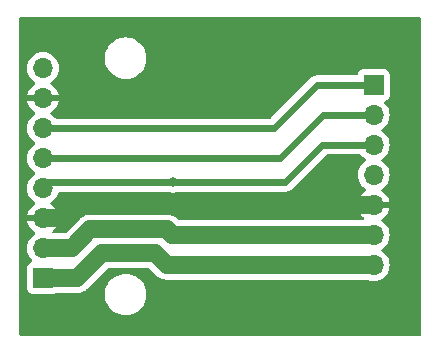
<source format=gbr>
%TF.GenerationSoftware,KiCad,Pcbnew,7.0.7-7.0.7~ubuntu20.04.1*%
%TF.CreationDate,2023-08-31T15:52:28+01:00*%
%TF.ProjectId,hot-end-connector,686f742d-656e-4642-9d63-6f6e6e656374,rev?*%
%TF.SameCoordinates,Original*%
%TF.FileFunction,Copper,L2,Bot*%
%TF.FilePolarity,Positive*%
%FSLAX46Y46*%
G04 Gerber Fmt 4.6, Leading zero omitted, Abs format (unit mm)*
G04 Created by KiCad (PCBNEW 7.0.7-7.0.7~ubuntu20.04.1) date 2023-08-31 15:52:28*
%MOMM*%
%LPD*%
G01*
G04 APERTURE LIST*
%TA.AperFunction,ComponentPad*%
%ADD10R,1.700000X1.700000*%
%TD*%
%TA.AperFunction,ComponentPad*%
%ADD11O,1.700000X1.700000*%
%TD*%
%TA.AperFunction,ViaPad*%
%ADD12C,0.800000*%
%TD*%
%TA.AperFunction,Conductor*%
%ADD13C,1.500000*%
%TD*%
%TA.AperFunction,Conductor*%
%ADD14C,0.600000*%
%TD*%
G04 APERTURE END LIST*
D10*
%TO.P,J1,1,Pin_1*%
%TO.N,/T-b*%
X59000000Y-160260000D03*
D11*
%TO.P,J1,2,Pin_2*%
%TO.N,/T-a*%
X59000000Y-162800000D03*
%TO.P,J1,3,Pin_3*%
%TO.N,/probe*%
X59000000Y-165340000D03*
%TO.P,J1,4,Pin_4*%
%TO.N,/+3V3*%
X59000000Y-167880000D03*
%TO.P,J1,5,Pin_5*%
%TO.N,/GND*%
X59000000Y-170420000D03*
%TO.P,J1,6,Pin_6*%
%TO.N,/H-*%
X59000000Y-172960000D03*
%TO.P,J1,7,Pin_7*%
%TO.N,/+12V*%
X59000000Y-175500000D03*
%TD*%
D10*
%TO.P,J2,1,Pin_1*%
%TO.N,/+12V*%
X31000000Y-176620000D03*
D11*
%TO.P,J2,2,Pin_2*%
%TO.N,/H-*%
X31000000Y-174080000D03*
%TO.P,J2,3,Pin_3*%
%TO.N,/GND*%
X31000000Y-171540000D03*
%TO.P,J2,4,Pin_4*%
%TO.N,/probe*%
X31000000Y-169000000D03*
%TO.P,J2,5,Pin_5*%
%TO.N,/T-a*%
X31000000Y-166460000D03*
%TO.P,J2,6,Pin_6*%
%TO.N,/T-b*%
X31000000Y-163920000D03*
%TO.P,J2,7,Pin_7*%
%TO.N,/GND*%
X31000000Y-161380000D03*
%TO.P,J2,8,Pin_8*%
%TO.N,/+12V*%
X31000000Y-158840000D03*
%TD*%
D12*
%TO.N,/H-*%
X46000000Y-173000000D03*
%TO.N,/probe*%
X42000000Y-168500000D03*
%TD*%
D13*
%TO.N,/H-*%
X41500000Y-172500000D02*
X35000000Y-172500000D01*
X33420000Y-174080000D02*
X31000000Y-174080000D01*
X35000000Y-172500000D02*
X33420000Y-174080000D01*
X46000000Y-173000000D02*
X45960000Y-172960000D01*
X59000000Y-172960000D02*
X46040000Y-172960000D01*
X41960000Y-172960000D02*
X41500000Y-172500000D01*
X46040000Y-172960000D02*
X46000000Y-173000000D01*
X45960000Y-172960000D02*
X41960000Y-172960000D01*
%TO.N,/GND*%
X59000000Y-170420000D02*
X34080000Y-170420000D01*
X34080000Y-170420000D02*
X32960000Y-171540000D01*
X32960000Y-171540000D02*
X31000000Y-171540000D01*
D14*
%TO.N,/probe*%
X54660000Y-165340000D02*
X51500000Y-168500000D01*
X59000000Y-165340000D02*
X54660000Y-165340000D01*
X31500000Y-168500000D02*
X31000000Y-169000000D01*
X42000000Y-168500000D02*
X31500000Y-168500000D01*
X51500000Y-168500000D02*
X42000000Y-168500000D01*
%TO.N,/T-b*%
X31000000Y-163920000D02*
X50580000Y-163920000D01*
X50580000Y-163920000D02*
X54240000Y-160260000D01*
X54240000Y-160260000D02*
X59000000Y-160260000D01*
%TO.N,/T-a*%
X51040000Y-166460000D02*
X54700000Y-162800000D01*
X31000000Y-166460000D02*
X51040000Y-166460000D01*
X54700000Y-162800000D02*
X59000000Y-162800000D01*
D13*
%TO.N,/+12V*%
X40500000Y-174500000D02*
X36000000Y-174500000D01*
X36000000Y-174500000D02*
X33880000Y-176620000D01*
X33880000Y-176620000D02*
X31000000Y-176620000D01*
X59000000Y-175500000D02*
X41500000Y-175500000D01*
X41500000Y-175500000D02*
X40500000Y-174500000D01*
%TD*%
%TA.AperFunction,Conductor*%
%TO.N,/GND*%
G36*
X57914348Y-166160185D02*
G01*
X57948884Y-166193376D01*
X57961508Y-166211405D01*
X58128597Y-166378493D01*
X58128603Y-166378498D01*
X58314158Y-166508425D01*
X58357783Y-166563002D01*
X58364977Y-166632500D01*
X58333454Y-166694855D01*
X58314158Y-166711575D01*
X58128597Y-166841505D01*
X57961505Y-167008597D01*
X57825965Y-167202169D01*
X57825964Y-167202171D01*
X57726098Y-167416335D01*
X57726094Y-167416344D01*
X57664938Y-167644586D01*
X57664936Y-167644596D01*
X57644341Y-167879999D01*
X57644341Y-167880000D01*
X57664936Y-168115403D01*
X57664938Y-168115413D01*
X57726094Y-168343655D01*
X57726096Y-168343659D01*
X57726097Y-168343663D01*
X57815942Y-168536335D01*
X57825965Y-168557830D01*
X57825967Y-168557834D01*
X57961501Y-168751395D01*
X57961506Y-168751402D01*
X58128597Y-168918493D01*
X58128603Y-168918498D01*
X58314594Y-169048730D01*
X58358219Y-169103307D01*
X58365413Y-169172805D01*
X58333890Y-169235160D01*
X58314595Y-169251880D01*
X58128922Y-169381890D01*
X58128920Y-169381891D01*
X57961891Y-169548920D01*
X57961886Y-169548926D01*
X57826400Y-169742420D01*
X57826399Y-169742422D01*
X57726570Y-169956507D01*
X57726567Y-169956513D01*
X57669364Y-170169999D01*
X57669364Y-170170000D01*
X58386653Y-170170000D01*
X58453692Y-170189685D01*
X58499447Y-170242489D01*
X58509391Y-170311647D01*
X58505631Y-170328933D01*
X58500000Y-170348111D01*
X58500000Y-170491888D01*
X58505631Y-170511067D01*
X58505630Y-170580936D01*
X58467855Y-170639714D01*
X58404299Y-170668738D01*
X58386653Y-170670000D01*
X57669364Y-170670000D01*
X57726567Y-170883486D01*
X57726570Y-170883492D01*
X57826399Y-171097578D01*
X57961894Y-171291082D01*
X58128921Y-171458109D01*
X58165791Y-171483926D01*
X58209416Y-171538503D01*
X58216608Y-171608001D01*
X58185086Y-171670356D01*
X58124856Y-171705769D01*
X58094667Y-171709500D01*
X46113707Y-171709500D01*
X46106768Y-171709110D01*
X46083477Y-171706486D01*
X46068176Y-171704762D01*
X46068168Y-171704761D01*
X46031432Y-171707238D01*
X46025184Y-171707659D01*
X46022417Y-171707783D01*
X45945978Y-171709500D01*
X42529336Y-171709500D01*
X42462297Y-171689815D01*
X42441655Y-171673181D01*
X42436356Y-171667882D01*
X42431719Y-171662693D01*
X42407507Y-171632332D01*
X42356031Y-171587359D01*
X42352997Y-171584523D01*
X42344529Y-171576055D01*
X42312181Y-171549049D01*
X42237996Y-171484235D01*
X42234241Y-171481991D01*
X42218373Y-171470732D01*
X42215019Y-171467932D01*
X42215018Y-171467931D01*
X42215013Y-171467927D01*
X42147614Y-171429685D01*
X42129340Y-171419316D01*
X42073540Y-171385977D01*
X42044761Y-171368783D01*
X42040669Y-171367248D01*
X42023044Y-171359002D01*
X42019245Y-171356846D01*
X41926253Y-171324307D01*
X41834029Y-171289694D01*
X41834019Y-171289691D01*
X41829723Y-171288912D01*
X41810918Y-171283949D01*
X41806784Y-171282502D01*
X41806779Y-171282501D01*
X41709472Y-171267089D01*
X41612550Y-171249500D01*
X41612547Y-171249500D01*
X41608172Y-171249500D01*
X41588769Y-171247972D01*
X41584460Y-171247289D01*
X41485978Y-171249500D01*
X35073697Y-171249500D01*
X35066758Y-171249110D01*
X35039907Y-171246085D01*
X35028174Y-171244763D01*
X35028168Y-171244762D01*
X34982704Y-171247828D01*
X34959976Y-171249360D01*
X34955823Y-171249500D01*
X34943840Y-171249500D01*
X34901857Y-171253278D01*
X34803589Y-171259903D01*
X34799348Y-171260972D01*
X34780175Y-171264230D01*
X34775812Y-171264622D01*
X34775806Y-171264624D01*
X34680844Y-171290832D01*
X34585315Y-171314903D01*
X34585312Y-171314904D01*
X34581319Y-171316718D01*
X34563059Y-171323338D01*
X34558850Y-171324500D01*
X34558826Y-171324508D01*
X34470071Y-171367250D01*
X34380373Y-171407993D01*
X34380366Y-171407997D01*
X34376772Y-171410487D01*
X34359978Y-171420267D01*
X34356033Y-171422167D01*
X34356027Y-171422170D01*
X34276318Y-171480082D01*
X34195348Y-171536178D01*
X34195342Y-171536183D01*
X34192239Y-171539286D01*
X34177465Y-171551903D01*
X34173928Y-171554473D01*
X34173921Y-171554478D01*
X34143789Y-171585994D01*
X34105846Y-171625679D01*
X33513948Y-172217578D01*
X32938345Y-172793181D01*
X32877022Y-172826666D01*
X32850664Y-172829500D01*
X31905333Y-172829500D01*
X31838294Y-172809815D01*
X31792539Y-172757011D01*
X31782595Y-172687853D01*
X31811620Y-172624297D01*
X31834209Y-172603926D01*
X31871078Y-172578109D01*
X32038105Y-172411082D01*
X32173600Y-172217578D01*
X32273429Y-172003492D01*
X32273432Y-172003486D01*
X32330636Y-171790000D01*
X31613347Y-171790000D01*
X31546308Y-171770315D01*
X31500553Y-171717511D01*
X31490609Y-171648353D01*
X31494369Y-171631067D01*
X31500000Y-171611888D01*
X31500000Y-171468111D01*
X31494369Y-171448933D01*
X31494370Y-171379064D01*
X31532145Y-171320286D01*
X31595701Y-171291262D01*
X31613347Y-171290000D01*
X32330636Y-171290000D01*
X32330635Y-171289999D01*
X32273432Y-171076513D01*
X32273429Y-171076507D01*
X32173600Y-170862422D01*
X32173599Y-170862420D01*
X32038113Y-170668926D01*
X32038108Y-170668920D01*
X31871078Y-170501890D01*
X31685405Y-170371879D01*
X31641780Y-170317302D01*
X31634588Y-170247804D01*
X31666110Y-170185449D01*
X31685406Y-170168730D01*
X31871401Y-170038495D01*
X32038495Y-169871401D01*
X32174035Y-169677830D01*
X32273903Y-169463663D01*
X32292995Y-169392407D01*
X32329361Y-169332746D01*
X32392208Y-169302217D01*
X32412771Y-169300500D01*
X41557633Y-169300500D01*
X41608069Y-169311221D01*
X41720192Y-169361142D01*
X41720197Y-169361144D01*
X41905354Y-169400500D01*
X41905355Y-169400500D01*
X42094644Y-169400500D01*
X42094646Y-169400500D01*
X42279803Y-169361144D01*
X42391930Y-169311221D01*
X42442367Y-169300500D01*
X51590194Y-169300500D01*
X51630903Y-169291208D01*
X51637760Y-169290043D01*
X51679255Y-169285368D01*
X51718680Y-169271571D01*
X51725321Y-169269658D01*
X51766061Y-169260360D01*
X51803693Y-169242236D01*
X51810105Y-169239580D01*
X51849522Y-169225789D01*
X51884889Y-169203565D01*
X51890961Y-169200209D01*
X51928587Y-169182091D01*
X51961236Y-169156052D01*
X51966895Y-169152037D01*
X52002262Y-169129816D01*
X52129816Y-169002262D01*
X52129816Y-169002261D01*
X54955258Y-166176819D01*
X55016582Y-166143334D01*
X55042940Y-166140500D01*
X57847309Y-166140500D01*
X57914348Y-166160185D01*
G37*
%TD.AperFunction*%
%TA.AperFunction,Conductor*%
G36*
X62942539Y-154520185D02*
G01*
X62988294Y-154572989D01*
X62999500Y-154624500D01*
X62999500Y-181375500D01*
X62979815Y-181442539D01*
X62927011Y-181488294D01*
X62875500Y-181499500D01*
X29124500Y-181499500D01*
X29057461Y-181479815D01*
X29011706Y-181427011D01*
X29000500Y-181375500D01*
X29000500Y-178131187D01*
X36249500Y-178131187D01*
X36269794Y-178265823D01*
X36288604Y-178390615D01*
X36288605Y-178390617D01*
X36288606Y-178390623D01*
X36365938Y-178641326D01*
X36479767Y-178877696D01*
X36479768Y-178877697D01*
X36479770Y-178877700D01*
X36479772Y-178877704D01*
X36627567Y-179094478D01*
X36627567Y-179094479D01*
X36806014Y-179286801D01*
X36806018Y-179286804D01*
X36806019Y-179286805D01*
X37011143Y-179450386D01*
X37238357Y-179581568D01*
X37482584Y-179677420D01*
X37738370Y-179735802D01*
X37738376Y-179735802D01*
X37738379Y-179735803D01*
X37934500Y-179750500D01*
X37934506Y-179750500D01*
X38065500Y-179750500D01*
X38261620Y-179735803D01*
X38261622Y-179735802D01*
X38261630Y-179735802D01*
X38517416Y-179677420D01*
X38761643Y-179581568D01*
X38988857Y-179450386D01*
X39193981Y-179286805D01*
X39372433Y-179094479D01*
X39520228Y-178877704D01*
X39634063Y-178641323D01*
X39711396Y-178390615D01*
X39750500Y-178131182D01*
X39750500Y-177868818D01*
X39711396Y-177609385D01*
X39634063Y-177358677D01*
X39622121Y-177333880D01*
X39520232Y-177122303D01*
X39520231Y-177122302D01*
X39520230Y-177122301D01*
X39520228Y-177122296D01*
X39372433Y-176905521D01*
X39250310Y-176773903D01*
X39193985Y-176713198D01*
X39154533Y-176681736D01*
X38988857Y-176549614D01*
X38761643Y-176418432D01*
X38517416Y-176322580D01*
X38517411Y-176322578D01*
X38517402Y-176322576D01*
X38299818Y-176272914D01*
X38261630Y-176264198D01*
X38261629Y-176264197D01*
X38261625Y-176264197D01*
X38261620Y-176264196D01*
X38065500Y-176249500D01*
X38065494Y-176249500D01*
X37934506Y-176249500D01*
X37934500Y-176249500D01*
X37738379Y-176264196D01*
X37738374Y-176264197D01*
X37482597Y-176322576D01*
X37482578Y-176322582D01*
X37238356Y-176418432D01*
X37011143Y-176549614D01*
X36806014Y-176713198D01*
X36627567Y-176905520D01*
X36479768Y-177122302D01*
X36479767Y-177122303D01*
X36365938Y-177358673D01*
X36288606Y-177609376D01*
X36288605Y-177609381D01*
X36288604Y-177609385D01*
X36275274Y-177697823D01*
X36249500Y-177868812D01*
X36249500Y-178131187D01*
X29000500Y-178131187D01*
X29000500Y-174080000D01*
X29644341Y-174080000D01*
X29664936Y-174315403D01*
X29664938Y-174315413D01*
X29726094Y-174543655D01*
X29726096Y-174543659D01*
X29726097Y-174543663D01*
X29825964Y-174757829D01*
X29825965Y-174757830D01*
X29825967Y-174757834D01*
X29961501Y-174951395D01*
X29961506Y-174951402D01*
X30083430Y-175073326D01*
X30116915Y-175134649D01*
X30111931Y-175204341D01*
X30070059Y-175260274D01*
X30039083Y-175277189D01*
X29907669Y-175326203D01*
X29907664Y-175326206D01*
X29792455Y-175412452D01*
X29792452Y-175412455D01*
X29706206Y-175527664D01*
X29706202Y-175527671D01*
X29655908Y-175662517D01*
X29649501Y-175722116D01*
X29649500Y-175722135D01*
X29649500Y-177517870D01*
X29649501Y-177517876D01*
X29655908Y-177577483D01*
X29706202Y-177712328D01*
X29706206Y-177712335D01*
X29792452Y-177827544D01*
X29792455Y-177827547D01*
X29907664Y-177913793D01*
X29907671Y-177913797D01*
X30042517Y-177964091D01*
X30042516Y-177964091D01*
X30049444Y-177964835D01*
X30102127Y-177970500D01*
X31897872Y-177970499D01*
X31957483Y-177964091D01*
X32092331Y-177913796D01*
X32117127Y-177895233D01*
X32182592Y-177870816D01*
X32191439Y-177870500D01*
X33806293Y-177870500D01*
X33813231Y-177870889D01*
X33851827Y-177875238D01*
X33851829Y-177875237D01*
X33851830Y-177875238D01*
X33869586Y-177874040D01*
X33920032Y-177870639D01*
X33924188Y-177870500D01*
X33936147Y-177870500D01*
X33936155Y-177870500D01*
X33978123Y-177866722D01*
X34076412Y-177860096D01*
X34080646Y-177859028D01*
X34099841Y-177855767D01*
X34104188Y-177855377D01*
X34199165Y-177829164D01*
X34294683Y-177805096D01*
X34298655Y-177803291D01*
X34316962Y-177796654D01*
X34321170Y-177795493D01*
X34409935Y-177752746D01*
X34499626Y-177712007D01*
X34503220Y-177709516D01*
X34520035Y-177699724D01*
X34523973Y-177697829D01*
X34603676Y-177639921D01*
X34684654Y-177583820D01*
X34687743Y-177580730D01*
X34702545Y-177568088D01*
X34706078Y-177565522D01*
X34774153Y-177494320D01*
X36481654Y-175786819D01*
X36542978Y-175753334D01*
X36569336Y-175750500D01*
X39930664Y-175750500D01*
X39997703Y-175770185D01*
X40018345Y-175786819D01*
X40563642Y-176332116D01*
X40568279Y-176337304D01*
X40592492Y-176367666D01*
X40643967Y-176412639D01*
X40647000Y-176415474D01*
X40655471Y-176423945D01*
X40687819Y-176450951D01*
X40762004Y-176515765D01*
X40765753Y-176518005D01*
X40781622Y-176529264D01*
X40784980Y-176532067D01*
X40784983Y-176532070D01*
X40796312Y-176538498D01*
X40870673Y-176580691D01*
X40955236Y-176631215D01*
X40959322Y-176632748D01*
X40976956Y-176640997D01*
X40980756Y-176643154D01*
X41073755Y-176675695D01*
X41165976Y-176710307D01*
X41170266Y-176711085D01*
X41189094Y-176716055D01*
X41193218Y-176717498D01*
X41290539Y-176732912D01*
X41322843Y-176738774D01*
X41387451Y-176750500D01*
X41387453Y-176750500D01*
X41391822Y-176750500D01*
X41411220Y-176752026D01*
X41415541Y-176752711D01*
X41514048Y-176750500D01*
X58458659Y-176750500D01*
X58511063Y-176762118D01*
X58536330Y-176773900D01*
X58536332Y-176773900D01*
X58536337Y-176773903D01*
X58764592Y-176835063D01*
X58952918Y-176851539D01*
X58999999Y-176855659D01*
X59000000Y-176855659D01*
X59000001Y-176855659D01*
X59039234Y-176852226D01*
X59235408Y-176835063D01*
X59463663Y-176773903D01*
X59677830Y-176674035D01*
X59871401Y-176538495D01*
X60038495Y-176371401D01*
X60174035Y-176177830D01*
X60273903Y-175963663D01*
X60335063Y-175735408D01*
X60355659Y-175500000D01*
X60335063Y-175264592D01*
X60273903Y-175036337D01*
X60174035Y-174822171D01*
X60128984Y-174757830D01*
X60038494Y-174628597D01*
X59871402Y-174461506D01*
X59871396Y-174461501D01*
X59685842Y-174331575D01*
X59642217Y-174276998D01*
X59635023Y-174207500D01*
X59666546Y-174145145D01*
X59685842Y-174128425D01*
X59755001Y-174079999D01*
X59871401Y-173998495D01*
X60038495Y-173831401D01*
X60174035Y-173637830D01*
X60273903Y-173423663D01*
X60335063Y-173195408D01*
X60355659Y-172960000D01*
X60335063Y-172724592D01*
X60273903Y-172496337D01*
X60174035Y-172282171D01*
X60038495Y-172088599D01*
X60038494Y-172088597D01*
X59871402Y-171921506D01*
X59871401Y-171921505D01*
X59685405Y-171791269D01*
X59641781Y-171736692D01*
X59634588Y-171667193D01*
X59666110Y-171604839D01*
X59685405Y-171588119D01*
X59871082Y-171458105D01*
X60038105Y-171291082D01*
X60173600Y-171097578D01*
X60273429Y-170883492D01*
X60273432Y-170883486D01*
X60330636Y-170670000D01*
X59613347Y-170670000D01*
X59546308Y-170650315D01*
X59500553Y-170597511D01*
X59490609Y-170528353D01*
X59494369Y-170511067D01*
X59500000Y-170491888D01*
X59500000Y-170348111D01*
X59494369Y-170328933D01*
X59494370Y-170259064D01*
X59532145Y-170200286D01*
X59595701Y-170171262D01*
X59613347Y-170170000D01*
X60330636Y-170170000D01*
X60330635Y-170169999D01*
X60273432Y-169956513D01*
X60273429Y-169956507D01*
X60173600Y-169742422D01*
X60173599Y-169742420D01*
X60038113Y-169548926D01*
X60038108Y-169548920D01*
X59871078Y-169381890D01*
X59685405Y-169251879D01*
X59641780Y-169197302D01*
X59634588Y-169127804D01*
X59666110Y-169065449D01*
X59685406Y-169048730D01*
X59751769Y-169002262D01*
X59871401Y-168918495D01*
X60038495Y-168751401D01*
X60174035Y-168557830D01*
X60273903Y-168343663D01*
X60335063Y-168115408D01*
X60355659Y-167880000D01*
X60335063Y-167644592D01*
X60273903Y-167416337D01*
X60174035Y-167202171D01*
X60162565Y-167185789D01*
X60038494Y-167008597D01*
X59871402Y-166841506D01*
X59871396Y-166841501D01*
X59685842Y-166711575D01*
X59642217Y-166656998D01*
X59635023Y-166587500D01*
X59666546Y-166525145D01*
X59685842Y-166508425D01*
X59755001Y-166459999D01*
X59871401Y-166378495D01*
X60038495Y-166211401D01*
X60174035Y-166017830D01*
X60273903Y-165803663D01*
X60335063Y-165575408D01*
X60355659Y-165340000D01*
X60335063Y-165104592D01*
X60273903Y-164876337D01*
X60174035Y-164662171D01*
X60172220Y-164659578D01*
X60038494Y-164468597D01*
X59871402Y-164301506D01*
X59871396Y-164301501D01*
X59685842Y-164171575D01*
X59642217Y-164116998D01*
X59635023Y-164047500D01*
X59666546Y-163985145D01*
X59685842Y-163968425D01*
X59755001Y-163919999D01*
X59871401Y-163838495D01*
X60038495Y-163671401D01*
X60174035Y-163477830D01*
X60273903Y-163263663D01*
X60335063Y-163035408D01*
X60355659Y-162800000D01*
X60335063Y-162564592D01*
X60273903Y-162336337D01*
X60174035Y-162122171D01*
X60140453Y-162074211D01*
X60038496Y-161928600D01*
X59989896Y-161880000D01*
X59916567Y-161806671D01*
X59883084Y-161745351D01*
X59888068Y-161675659D01*
X59929939Y-161619725D01*
X59960915Y-161602810D01*
X60092331Y-161553796D01*
X60207546Y-161467546D01*
X60293796Y-161352331D01*
X60344091Y-161217483D01*
X60350500Y-161157873D01*
X60350499Y-159362128D01*
X60344091Y-159302517D01*
X60338229Y-159286801D01*
X60293797Y-159167671D01*
X60293793Y-159167664D01*
X60207547Y-159052455D01*
X60207544Y-159052452D01*
X60092335Y-158966206D01*
X60092328Y-158966202D01*
X59957482Y-158915908D01*
X59957483Y-158915908D01*
X59897883Y-158909501D01*
X59897881Y-158909500D01*
X59897873Y-158909500D01*
X59897864Y-158909500D01*
X58102129Y-158909500D01*
X58102123Y-158909501D01*
X58042516Y-158915908D01*
X57907671Y-158966202D01*
X57907664Y-158966206D01*
X57792455Y-159052452D01*
X57792452Y-159052455D01*
X57706206Y-159167664D01*
X57706202Y-159167671D01*
X57661769Y-159286805D01*
X57655909Y-159302517D01*
X57650937Y-159348757D01*
X57624201Y-159413306D01*
X57566809Y-159453154D01*
X57527649Y-159459500D01*
X54330195Y-159459500D01*
X54149806Y-159459500D01*
X54143888Y-159460850D01*
X54109089Y-159468791D01*
X54102235Y-159469955D01*
X54060743Y-159474632D01*
X54021339Y-159488419D01*
X54014658Y-159490344D01*
X53973935Y-159499641D01*
X53936308Y-159517759D01*
X53929885Y-159520420D01*
X53890481Y-159534210D01*
X53890475Y-159534212D01*
X53855122Y-159556425D01*
X53849036Y-159559789D01*
X53811417Y-159577905D01*
X53778763Y-159603945D01*
X53773091Y-159607969D01*
X53737743Y-159630180D01*
X53737740Y-159630182D01*
X53647165Y-159720754D01*
X53647161Y-159720760D01*
X50284741Y-163083181D01*
X50223418Y-163116666D01*
X50197060Y-163119500D01*
X32152691Y-163119500D01*
X32085652Y-163099815D01*
X32051116Y-163066624D01*
X32038491Y-163048594D01*
X31871402Y-162881506D01*
X31871401Y-162881505D01*
X31685405Y-162751269D01*
X31641781Y-162696692D01*
X31634588Y-162627193D01*
X31666110Y-162564839D01*
X31685405Y-162548119D01*
X31871082Y-162418105D01*
X32038105Y-162251082D01*
X32173600Y-162057578D01*
X32273429Y-161843492D01*
X32273432Y-161843486D01*
X32330636Y-161630000D01*
X31613347Y-161630000D01*
X31546308Y-161610315D01*
X31500553Y-161557511D01*
X31490609Y-161488353D01*
X31494369Y-161471067D01*
X31500000Y-161451888D01*
X31500000Y-161308111D01*
X31494369Y-161288933D01*
X31494370Y-161219064D01*
X31532145Y-161160286D01*
X31595701Y-161131262D01*
X31613347Y-161130000D01*
X32330636Y-161130000D01*
X32330635Y-161129999D01*
X32273432Y-160916513D01*
X32273429Y-160916507D01*
X32173600Y-160702422D01*
X32173599Y-160702420D01*
X32038113Y-160508926D01*
X32038108Y-160508920D01*
X31871078Y-160341890D01*
X31685405Y-160211879D01*
X31641780Y-160157302D01*
X31634588Y-160087804D01*
X31666110Y-160025449D01*
X31685406Y-160008730D01*
X31871401Y-159878495D01*
X32038495Y-159711401D01*
X32174035Y-159517830D01*
X32273903Y-159303663D01*
X32335063Y-159075408D01*
X32355659Y-158840000D01*
X32335063Y-158604592D01*
X32273903Y-158376337D01*
X32174035Y-158162171D01*
X32152341Y-158131187D01*
X36249500Y-158131187D01*
X36269794Y-158265823D01*
X36288604Y-158390615D01*
X36288605Y-158390617D01*
X36288606Y-158390623D01*
X36365938Y-158641326D01*
X36479767Y-158877696D01*
X36479768Y-158877697D01*
X36479770Y-158877700D01*
X36479772Y-158877704D01*
X36614561Y-159075403D01*
X36627567Y-159094479D01*
X36806014Y-159286801D01*
X36806018Y-159286804D01*
X36806019Y-159286805D01*
X37011143Y-159450386D01*
X37238357Y-159581568D01*
X37482584Y-159677420D01*
X37738370Y-159735802D01*
X37738376Y-159735802D01*
X37738379Y-159735803D01*
X37934500Y-159750500D01*
X37934506Y-159750500D01*
X38065500Y-159750500D01*
X38261620Y-159735803D01*
X38261622Y-159735802D01*
X38261630Y-159735802D01*
X38517416Y-159677420D01*
X38761643Y-159581568D01*
X38988857Y-159450386D01*
X39193981Y-159286805D01*
X39372433Y-159094479D01*
X39520228Y-158877704D01*
X39634063Y-158641323D01*
X39711396Y-158390615D01*
X39750500Y-158131182D01*
X39750500Y-157868818D01*
X39711396Y-157609385D01*
X39634063Y-157358677D01*
X39622121Y-157333880D01*
X39520232Y-157122303D01*
X39520231Y-157122302D01*
X39520230Y-157122301D01*
X39520228Y-157122296D01*
X39372433Y-156905521D01*
X39362441Y-156894753D01*
X39193985Y-156713198D01*
X39154533Y-156681736D01*
X38988857Y-156549614D01*
X38761643Y-156418432D01*
X38517416Y-156322580D01*
X38517411Y-156322578D01*
X38517402Y-156322576D01*
X38299818Y-156272914D01*
X38261630Y-156264198D01*
X38261629Y-156264197D01*
X38261625Y-156264197D01*
X38261620Y-156264196D01*
X38065500Y-156249500D01*
X38065494Y-156249500D01*
X37934506Y-156249500D01*
X37934500Y-156249500D01*
X37738379Y-156264196D01*
X37738374Y-156264197D01*
X37482597Y-156322576D01*
X37482578Y-156322582D01*
X37238356Y-156418432D01*
X37011143Y-156549614D01*
X36806014Y-156713198D01*
X36627567Y-156905520D01*
X36479768Y-157122302D01*
X36479767Y-157122303D01*
X36365938Y-157358673D01*
X36288606Y-157609376D01*
X36288605Y-157609381D01*
X36288604Y-157609385D01*
X36273853Y-157707247D01*
X36249500Y-157868812D01*
X36249500Y-158131187D01*
X32152341Y-158131187D01*
X32152337Y-158131182D01*
X32038494Y-157968597D01*
X31871402Y-157801506D01*
X31871395Y-157801501D01*
X31677834Y-157665967D01*
X31677830Y-157665965D01*
X31677830Y-157665964D01*
X31463663Y-157566097D01*
X31463659Y-157566096D01*
X31463655Y-157566094D01*
X31235413Y-157504938D01*
X31235403Y-157504936D01*
X31000001Y-157484341D01*
X30999999Y-157484341D01*
X30764596Y-157504936D01*
X30764586Y-157504938D01*
X30536344Y-157566094D01*
X30536335Y-157566098D01*
X30322171Y-157665964D01*
X30322169Y-157665965D01*
X30128597Y-157801505D01*
X29961505Y-157968597D01*
X29825965Y-158162169D01*
X29825964Y-158162171D01*
X29726098Y-158376335D01*
X29726094Y-158376344D01*
X29664938Y-158604586D01*
X29664936Y-158604596D01*
X29644341Y-158839999D01*
X29644341Y-158840000D01*
X29664936Y-159075403D01*
X29664938Y-159075413D01*
X29726094Y-159303655D01*
X29726096Y-159303659D01*
X29726097Y-159303663D01*
X29805821Y-159474632D01*
X29825965Y-159517830D01*
X29825967Y-159517834D01*
X29961501Y-159711395D01*
X29961506Y-159711402D01*
X30128597Y-159878493D01*
X30128603Y-159878498D01*
X30314594Y-160008730D01*
X30358219Y-160063307D01*
X30365413Y-160132805D01*
X30333890Y-160195160D01*
X30314595Y-160211880D01*
X30128922Y-160341890D01*
X30128920Y-160341891D01*
X29961891Y-160508920D01*
X29961886Y-160508926D01*
X29826400Y-160702420D01*
X29826399Y-160702422D01*
X29726570Y-160916507D01*
X29726567Y-160916513D01*
X29669364Y-161129999D01*
X29669364Y-161130000D01*
X30386653Y-161130000D01*
X30453692Y-161149685D01*
X30499447Y-161202489D01*
X30509391Y-161271647D01*
X30505631Y-161288933D01*
X30500000Y-161308111D01*
X30500000Y-161451888D01*
X30505631Y-161471067D01*
X30505630Y-161540936D01*
X30467855Y-161599714D01*
X30404299Y-161628738D01*
X30386653Y-161630000D01*
X29669364Y-161630000D01*
X29726567Y-161843486D01*
X29726570Y-161843492D01*
X29826399Y-162057578D01*
X29961894Y-162251082D01*
X30128917Y-162418105D01*
X30314595Y-162548119D01*
X30358219Y-162602696D01*
X30365412Y-162672195D01*
X30333890Y-162734549D01*
X30314595Y-162751269D01*
X30128594Y-162881508D01*
X29961505Y-163048597D01*
X29825965Y-163242169D01*
X29825964Y-163242171D01*
X29726098Y-163456335D01*
X29726094Y-163456344D01*
X29664938Y-163684586D01*
X29664936Y-163684596D01*
X29644341Y-163919999D01*
X29644341Y-163920000D01*
X29664936Y-164155403D01*
X29664938Y-164155413D01*
X29726094Y-164383655D01*
X29726096Y-164383659D01*
X29726097Y-164383663D01*
X29805821Y-164554632D01*
X29825965Y-164597830D01*
X29825967Y-164597834D01*
X29961501Y-164791395D01*
X29961506Y-164791402D01*
X30128597Y-164958493D01*
X30128603Y-164958498D01*
X30314158Y-165088425D01*
X30357783Y-165143002D01*
X30364977Y-165212500D01*
X30333454Y-165274855D01*
X30314158Y-165291575D01*
X30128597Y-165421505D01*
X29961505Y-165588597D01*
X29825965Y-165782169D01*
X29825964Y-165782171D01*
X29726098Y-165996335D01*
X29726094Y-165996344D01*
X29664938Y-166224586D01*
X29664936Y-166224596D01*
X29644341Y-166459999D01*
X29644341Y-166460000D01*
X29664936Y-166695403D01*
X29664938Y-166695413D01*
X29726094Y-166923655D01*
X29726096Y-166923659D01*
X29726097Y-166923663D01*
X29803576Y-167089816D01*
X29825965Y-167137830D01*
X29825967Y-167137834D01*
X29961501Y-167331395D01*
X29961506Y-167331402D01*
X30128597Y-167498493D01*
X30128603Y-167498498D01*
X30314158Y-167628425D01*
X30357783Y-167683002D01*
X30364977Y-167752500D01*
X30333454Y-167814855D01*
X30314158Y-167831575D01*
X30128597Y-167961505D01*
X29961505Y-168128597D01*
X29825965Y-168322169D01*
X29825964Y-168322171D01*
X29726098Y-168536335D01*
X29726094Y-168536344D01*
X29664938Y-168764586D01*
X29664936Y-168764596D01*
X29644341Y-168999999D01*
X29644341Y-169000000D01*
X29664936Y-169235403D01*
X29664938Y-169235413D01*
X29726094Y-169463655D01*
X29726096Y-169463659D01*
X29726097Y-169463663D01*
X29765853Y-169548920D01*
X29825965Y-169677830D01*
X29825967Y-169677834D01*
X29961501Y-169871395D01*
X29961506Y-169871402D01*
X30128597Y-170038493D01*
X30128603Y-170038498D01*
X30314594Y-170168730D01*
X30358219Y-170223307D01*
X30365413Y-170292805D01*
X30333890Y-170355160D01*
X30314595Y-170371880D01*
X30128922Y-170501890D01*
X30128920Y-170501891D01*
X29961891Y-170668920D01*
X29961886Y-170668926D01*
X29826400Y-170862420D01*
X29826399Y-170862422D01*
X29726570Y-171076507D01*
X29726567Y-171076513D01*
X29669364Y-171289999D01*
X29669364Y-171290000D01*
X30386653Y-171290000D01*
X30453692Y-171309685D01*
X30499447Y-171362489D01*
X30509391Y-171431647D01*
X30505631Y-171448933D01*
X30500000Y-171468111D01*
X30500000Y-171611888D01*
X30505631Y-171631067D01*
X30505630Y-171700936D01*
X30467855Y-171759714D01*
X30404299Y-171788738D01*
X30386653Y-171790000D01*
X29669364Y-171790000D01*
X29726567Y-172003486D01*
X29726570Y-172003492D01*
X29826399Y-172217578D01*
X29961894Y-172411082D01*
X30128917Y-172578105D01*
X30314595Y-172708119D01*
X30358219Y-172762696D01*
X30365412Y-172832195D01*
X30333890Y-172894549D01*
X30314595Y-172911269D01*
X30128594Y-173041508D01*
X29961505Y-173208597D01*
X29825965Y-173402169D01*
X29825964Y-173402171D01*
X29726098Y-173616335D01*
X29726094Y-173616344D01*
X29664938Y-173844586D01*
X29664936Y-173844596D01*
X29644341Y-174079999D01*
X29644341Y-174080000D01*
X29000500Y-174080000D01*
X29000500Y-154624500D01*
X29020185Y-154557461D01*
X29072989Y-154511706D01*
X29124500Y-154500500D01*
X62875500Y-154500500D01*
X62942539Y-154520185D01*
G37*
%TD.AperFunction*%
%TD*%
M02*

</source>
